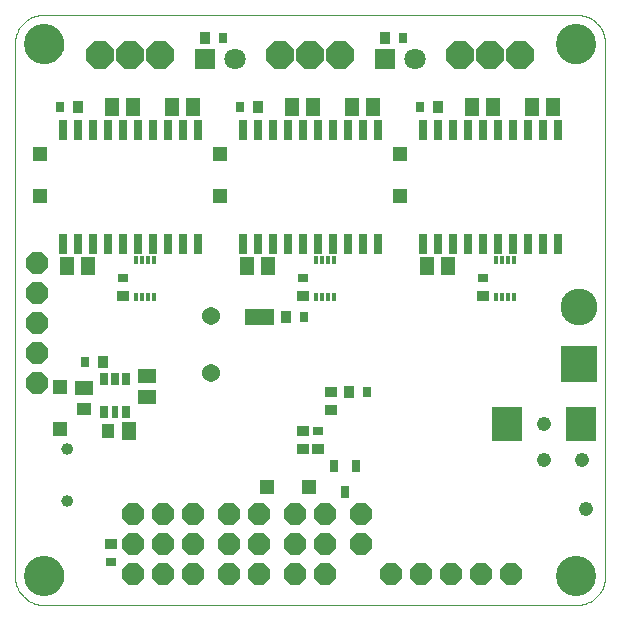
<source format=gbs>
G75*
%MOIN*%
%OFA0B0*%
%FSLAX24Y24*%
%IPPOS*%
%LPD*%
%AMOC8*
5,1,8,0,0,1.08239X$1,22.5*
%
%ADD10C,0.0000*%
%ADD11C,0.1340*%
%ADD12R,0.0277X0.0671*%
%ADD13R,0.0513X0.0513*%
%ADD14R,0.0474X0.0592*%
%ADD15R,0.0356X0.0395*%
%ADD16R,0.0296X0.0335*%
%ADD17OC8,0.0912*%
%ADD18C,0.0710*%
%ADD19R,0.0710X0.0710*%
%ADD20R,0.0178X0.0297*%
%ADD21R,0.0395X0.0356*%
%ADD22R,0.0335X0.0296*%
%ADD23OC8,0.0753*%
%ADD24R,0.0277X0.0395*%
%ADD25R,0.0197X0.0395*%
%ADD26C,0.0395*%
%ADD27C,0.0604*%
%ADD28C,0.1227*%
%ADD29R,0.1227X0.1227*%
%ADD30R,0.0394X0.0512*%
%ADD31R,0.0592X0.0474*%
%ADD32R,0.0512X0.0394*%
%ADD33R,0.1025X0.1182*%
%ADD34R,0.0500X0.0580*%
%ADD35R,0.0060X0.0580*%
%ADD36R,0.0297X0.0395*%
%ADD37C,0.0476*%
D10*
X002834Y001872D02*
X002834Y019588D01*
X003189Y019588D02*
X003191Y019638D01*
X003197Y019688D01*
X003207Y019737D01*
X003221Y019785D01*
X003238Y019832D01*
X003259Y019877D01*
X003284Y019921D01*
X003312Y019962D01*
X003344Y020001D01*
X003378Y020038D01*
X003415Y020072D01*
X003455Y020102D01*
X003497Y020129D01*
X003541Y020153D01*
X003587Y020174D01*
X003634Y020190D01*
X003682Y020203D01*
X003732Y020212D01*
X003781Y020217D01*
X003832Y020218D01*
X003882Y020215D01*
X003931Y020208D01*
X003980Y020197D01*
X004028Y020182D01*
X004074Y020164D01*
X004119Y020142D01*
X004162Y020116D01*
X004203Y020087D01*
X004242Y020055D01*
X004278Y020020D01*
X004310Y019982D01*
X004340Y019942D01*
X004367Y019899D01*
X004390Y019855D01*
X004409Y019809D01*
X004425Y019761D01*
X004437Y019712D01*
X004445Y019663D01*
X004449Y019613D01*
X004449Y019563D01*
X004445Y019513D01*
X004437Y019464D01*
X004425Y019415D01*
X004409Y019367D01*
X004390Y019321D01*
X004367Y019277D01*
X004340Y019234D01*
X004310Y019194D01*
X004278Y019156D01*
X004242Y019121D01*
X004203Y019089D01*
X004162Y019060D01*
X004119Y019034D01*
X004074Y019012D01*
X004028Y018994D01*
X003980Y018979D01*
X003931Y018968D01*
X003882Y018961D01*
X003832Y018958D01*
X003781Y018959D01*
X003732Y018964D01*
X003682Y018973D01*
X003634Y018986D01*
X003587Y019002D01*
X003541Y019023D01*
X003497Y019047D01*
X003455Y019074D01*
X003415Y019104D01*
X003378Y019138D01*
X003344Y019175D01*
X003312Y019214D01*
X003284Y019255D01*
X003259Y019299D01*
X003238Y019344D01*
X003221Y019391D01*
X003207Y019439D01*
X003197Y019488D01*
X003191Y019538D01*
X003189Y019588D01*
X002835Y019588D02*
X002837Y019650D01*
X002843Y019711D01*
X002852Y019772D01*
X002866Y019833D01*
X002883Y019892D01*
X002904Y019950D01*
X002929Y020007D01*
X002957Y020062D01*
X002988Y020115D01*
X003023Y020166D01*
X003061Y020215D01*
X003102Y020262D01*
X003145Y020305D01*
X003192Y020346D01*
X003241Y020384D01*
X003292Y020419D01*
X003345Y020450D01*
X003400Y020478D01*
X003457Y020503D01*
X003515Y020524D01*
X003574Y020541D01*
X003635Y020555D01*
X003696Y020564D01*
X003757Y020570D01*
X003819Y020572D01*
X021535Y020572D01*
X020905Y019588D02*
X020907Y019638D01*
X020913Y019688D01*
X020923Y019737D01*
X020937Y019785D01*
X020954Y019832D01*
X020975Y019877D01*
X021000Y019921D01*
X021028Y019962D01*
X021060Y020001D01*
X021094Y020038D01*
X021131Y020072D01*
X021171Y020102D01*
X021213Y020129D01*
X021257Y020153D01*
X021303Y020174D01*
X021350Y020190D01*
X021398Y020203D01*
X021448Y020212D01*
X021497Y020217D01*
X021548Y020218D01*
X021598Y020215D01*
X021647Y020208D01*
X021696Y020197D01*
X021744Y020182D01*
X021790Y020164D01*
X021835Y020142D01*
X021878Y020116D01*
X021919Y020087D01*
X021958Y020055D01*
X021994Y020020D01*
X022026Y019982D01*
X022056Y019942D01*
X022083Y019899D01*
X022106Y019855D01*
X022125Y019809D01*
X022141Y019761D01*
X022153Y019712D01*
X022161Y019663D01*
X022165Y019613D01*
X022165Y019563D01*
X022161Y019513D01*
X022153Y019464D01*
X022141Y019415D01*
X022125Y019367D01*
X022106Y019321D01*
X022083Y019277D01*
X022056Y019234D01*
X022026Y019194D01*
X021994Y019156D01*
X021958Y019121D01*
X021919Y019089D01*
X021878Y019060D01*
X021835Y019034D01*
X021790Y019012D01*
X021744Y018994D01*
X021696Y018979D01*
X021647Y018968D01*
X021598Y018961D01*
X021548Y018958D01*
X021497Y018959D01*
X021448Y018964D01*
X021398Y018973D01*
X021350Y018986D01*
X021303Y019002D01*
X021257Y019023D01*
X021213Y019047D01*
X021171Y019074D01*
X021131Y019104D01*
X021094Y019138D01*
X021060Y019175D01*
X021028Y019214D01*
X021000Y019255D01*
X020975Y019299D01*
X020954Y019344D01*
X020937Y019391D01*
X020923Y019439D01*
X020913Y019488D01*
X020907Y019538D01*
X020905Y019588D01*
X021535Y020572D02*
X021597Y020570D01*
X021658Y020564D01*
X021719Y020555D01*
X021780Y020541D01*
X021839Y020524D01*
X021897Y020503D01*
X021954Y020478D01*
X022009Y020450D01*
X022062Y020419D01*
X022113Y020384D01*
X022162Y020346D01*
X022209Y020305D01*
X022252Y020262D01*
X022293Y020215D01*
X022331Y020166D01*
X022366Y020115D01*
X022397Y020062D01*
X022425Y020007D01*
X022450Y019950D01*
X022471Y019892D01*
X022488Y019833D01*
X022502Y019772D01*
X022511Y019711D01*
X022517Y019650D01*
X022519Y019588D01*
X022519Y001872D01*
X020905Y001872D02*
X020907Y001922D01*
X020913Y001972D01*
X020923Y002021D01*
X020937Y002069D01*
X020954Y002116D01*
X020975Y002161D01*
X021000Y002205D01*
X021028Y002246D01*
X021060Y002285D01*
X021094Y002322D01*
X021131Y002356D01*
X021171Y002386D01*
X021213Y002413D01*
X021257Y002437D01*
X021303Y002458D01*
X021350Y002474D01*
X021398Y002487D01*
X021448Y002496D01*
X021497Y002501D01*
X021548Y002502D01*
X021598Y002499D01*
X021647Y002492D01*
X021696Y002481D01*
X021744Y002466D01*
X021790Y002448D01*
X021835Y002426D01*
X021878Y002400D01*
X021919Y002371D01*
X021958Y002339D01*
X021994Y002304D01*
X022026Y002266D01*
X022056Y002226D01*
X022083Y002183D01*
X022106Y002139D01*
X022125Y002093D01*
X022141Y002045D01*
X022153Y001996D01*
X022161Y001947D01*
X022165Y001897D01*
X022165Y001847D01*
X022161Y001797D01*
X022153Y001748D01*
X022141Y001699D01*
X022125Y001651D01*
X022106Y001605D01*
X022083Y001561D01*
X022056Y001518D01*
X022026Y001478D01*
X021994Y001440D01*
X021958Y001405D01*
X021919Y001373D01*
X021878Y001344D01*
X021835Y001318D01*
X021790Y001296D01*
X021744Y001278D01*
X021696Y001263D01*
X021647Y001252D01*
X021598Y001245D01*
X021548Y001242D01*
X021497Y001243D01*
X021448Y001248D01*
X021398Y001257D01*
X021350Y001270D01*
X021303Y001286D01*
X021257Y001307D01*
X021213Y001331D01*
X021171Y001358D01*
X021131Y001388D01*
X021094Y001422D01*
X021060Y001459D01*
X021028Y001498D01*
X021000Y001539D01*
X020975Y001583D01*
X020954Y001628D01*
X020937Y001675D01*
X020923Y001723D01*
X020913Y001772D01*
X020907Y001822D01*
X020905Y001872D01*
X021535Y000888D02*
X021597Y000890D01*
X021658Y000896D01*
X021719Y000905D01*
X021780Y000919D01*
X021839Y000936D01*
X021897Y000957D01*
X021954Y000982D01*
X022009Y001010D01*
X022062Y001041D01*
X022113Y001076D01*
X022162Y001114D01*
X022209Y001155D01*
X022252Y001198D01*
X022293Y001245D01*
X022331Y001294D01*
X022366Y001345D01*
X022397Y001398D01*
X022425Y001453D01*
X022450Y001510D01*
X022471Y001568D01*
X022488Y001627D01*
X022502Y001688D01*
X022511Y001749D01*
X022517Y001810D01*
X022519Y001872D01*
X021535Y000887D02*
X003819Y000887D01*
X003189Y001872D02*
X003191Y001922D01*
X003197Y001972D01*
X003207Y002021D01*
X003221Y002069D01*
X003238Y002116D01*
X003259Y002161D01*
X003284Y002205D01*
X003312Y002246D01*
X003344Y002285D01*
X003378Y002322D01*
X003415Y002356D01*
X003455Y002386D01*
X003497Y002413D01*
X003541Y002437D01*
X003587Y002458D01*
X003634Y002474D01*
X003682Y002487D01*
X003732Y002496D01*
X003781Y002501D01*
X003832Y002502D01*
X003882Y002499D01*
X003931Y002492D01*
X003980Y002481D01*
X004028Y002466D01*
X004074Y002448D01*
X004119Y002426D01*
X004162Y002400D01*
X004203Y002371D01*
X004242Y002339D01*
X004278Y002304D01*
X004310Y002266D01*
X004340Y002226D01*
X004367Y002183D01*
X004390Y002139D01*
X004409Y002093D01*
X004425Y002045D01*
X004437Y001996D01*
X004445Y001947D01*
X004449Y001897D01*
X004449Y001847D01*
X004445Y001797D01*
X004437Y001748D01*
X004425Y001699D01*
X004409Y001651D01*
X004390Y001605D01*
X004367Y001561D01*
X004340Y001518D01*
X004310Y001478D01*
X004278Y001440D01*
X004242Y001405D01*
X004203Y001373D01*
X004162Y001344D01*
X004119Y001318D01*
X004074Y001296D01*
X004028Y001278D01*
X003980Y001263D01*
X003931Y001252D01*
X003882Y001245D01*
X003832Y001242D01*
X003781Y001243D01*
X003732Y001248D01*
X003682Y001257D01*
X003634Y001270D01*
X003587Y001286D01*
X003541Y001307D01*
X003497Y001331D01*
X003455Y001358D01*
X003415Y001388D01*
X003378Y001422D01*
X003344Y001459D01*
X003312Y001498D01*
X003284Y001539D01*
X003259Y001583D01*
X003238Y001628D01*
X003221Y001675D01*
X003207Y001723D01*
X003197Y001772D01*
X003191Y001822D01*
X003189Y001872D01*
X002835Y001872D02*
X002837Y001810D01*
X002843Y001749D01*
X002852Y001688D01*
X002866Y001627D01*
X002883Y001568D01*
X002904Y001510D01*
X002929Y001453D01*
X002957Y001398D01*
X002988Y001345D01*
X003023Y001294D01*
X003061Y001245D01*
X003102Y001198D01*
X003145Y001155D01*
X003192Y001114D01*
X003241Y001076D01*
X003292Y001041D01*
X003345Y001010D01*
X003400Y000982D01*
X003457Y000957D01*
X003515Y000936D01*
X003574Y000919D01*
X003635Y000905D01*
X003696Y000896D01*
X003757Y000890D01*
X003819Y000888D01*
X004427Y004371D02*
X004429Y004396D01*
X004435Y004420D01*
X004444Y004442D01*
X004457Y004463D01*
X004473Y004482D01*
X004492Y004498D01*
X004513Y004511D01*
X004535Y004520D01*
X004559Y004526D01*
X004584Y004528D01*
X004609Y004526D01*
X004633Y004520D01*
X004655Y004511D01*
X004676Y004498D01*
X004695Y004482D01*
X004711Y004463D01*
X004724Y004442D01*
X004733Y004420D01*
X004739Y004396D01*
X004741Y004371D01*
X004739Y004346D01*
X004733Y004322D01*
X004724Y004300D01*
X004711Y004279D01*
X004695Y004260D01*
X004676Y004244D01*
X004655Y004231D01*
X004633Y004222D01*
X004609Y004216D01*
X004584Y004214D01*
X004559Y004216D01*
X004535Y004222D01*
X004513Y004231D01*
X004492Y004244D01*
X004473Y004260D01*
X004457Y004279D01*
X004444Y004300D01*
X004435Y004322D01*
X004429Y004346D01*
X004427Y004371D01*
X004427Y006104D02*
X004429Y006129D01*
X004435Y006153D01*
X004444Y006175D01*
X004457Y006196D01*
X004473Y006215D01*
X004492Y006231D01*
X004513Y006244D01*
X004535Y006253D01*
X004559Y006259D01*
X004584Y006261D01*
X004609Y006259D01*
X004633Y006253D01*
X004655Y006244D01*
X004676Y006231D01*
X004695Y006215D01*
X004711Y006196D01*
X004724Y006175D01*
X004733Y006153D01*
X004739Y006129D01*
X004741Y006104D01*
X004739Y006079D01*
X004733Y006055D01*
X004724Y006033D01*
X004711Y006012D01*
X004695Y005993D01*
X004676Y005977D01*
X004655Y005964D01*
X004633Y005955D01*
X004609Y005949D01*
X004584Y005947D01*
X004559Y005949D01*
X004535Y005955D01*
X004513Y005964D01*
X004492Y005977D01*
X004473Y005993D01*
X004457Y006012D01*
X004444Y006033D01*
X004435Y006055D01*
X004429Y006079D01*
X004427Y006104D01*
D11*
X003819Y001872D03*
X021535Y001872D03*
X021535Y019588D03*
X003819Y019588D03*
D12*
X004434Y016737D03*
X004934Y016737D03*
X005434Y016737D03*
X005934Y016737D03*
X006434Y016737D03*
X006934Y016737D03*
X007434Y016737D03*
X007934Y016737D03*
X008434Y016737D03*
X008934Y016737D03*
X010434Y016737D03*
X010934Y016737D03*
X011434Y016737D03*
X011934Y016737D03*
X012434Y016737D03*
X012934Y016737D03*
X013434Y016737D03*
X013934Y016737D03*
X014434Y016737D03*
X014934Y016737D03*
X016434Y016737D03*
X016934Y016737D03*
X017434Y016737D03*
X017934Y016737D03*
X018434Y016737D03*
X018934Y016737D03*
X019434Y016737D03*
X019934Y016737D03*
X020434Y016737D03*
X020934Y016737D03*
X020934Y012937D03*
X020434Y012937D03*
X019934Y012937D03*
X019434Y012937D03*
X018934Y012937D03*
X018434Y012937D03*
X017934Y012937D03*
X017434Y012937D03*
X016934Y012937D03*
X016434Y012937D03*
X014934Y012937D03*
X014434Y012937D03*
X013934Y012937D03*
X013434Y012937D03*
X012934Y012937D03*
X012434Y012937D03*
X011934Y012937D03*
X011434Y012937D03*
X010934Y012937D03*
X010434Y012937D03*
X008934Y012937D03*
X008434Y012937D03*
X007934Y012937D03*
X007434Y012937D03*
X006934Y012937D03*
X006434Y012937D03*
X005934Y012937D03*
X005434Y012937D03*
X004934Y012937D03*
X004434Y012937D03*
D13*
X003684Y014537D03*
X003684Y015937D03*
X009684Y015937D03*
X009684Y014537D03*
X015684Y014537D03*
X015684Y015937D03*
X012634Y004837D03*
X011234Y004837D03*
X004354Y006769D03*
X004354Y008169D03*
D14*
X006634Y006687D03*
X005284Y012187D03*
X004584Y012187D03*
X006084Y017487D03*
X006784Y017487D03*
X008084Y017487D03*
X008784Y017487D03*
X012084Y017487D03*
X012784Y017487D03*
X014084Y017487D03*
X014784Y017487D03*
X018084Y017487D03*
X018784Y017487D03*
X020084Y017487D03*
X020784Y017487D03*
X017284Y012187D03*
X016584Y012187D03*
X011284Y012187D03*
X010584Y012187D03*
D15*
X011884Y010487D03*
X013984Y007987D03*
X005784Y008987D03*
X004934Y017487D03*
X009184Y019787D03*
X010934Y017487D03*
X015184Y019787D03*
X016934Y017487D03*
D16*
X016334Y017487D03*
X015784Y019787D03*
X010334Y017487D03*
X009784Y019787D03*
X004334Y017487D03*
X012484Y010487D03*
X014584Y007987D03*
X005184Y008987D03*
D17*
X005684Y019237D03*
X006684Y019237D03*
X007684Y019237D03*
X011684Y019237D03*
X012684Y019237D03*
X013684Y019237D03*
X017684Y019237D03*
X018684Y019237D03*
X019684Y019237D03*
D18*
X016184Y019087D03*
X010184Y019087D03*
D19*
X009184Y019087D03*
X015184Y019087D03*
D20*
X013480Y012398D03*
X013283Y012398D03*
X013086Y012398D03*
X012889Y012398D03*
X012889Y011177D03*
X013086Y011177D03*
X013283Y011177D03*
X013480Y011177D03*
X018889Y011177D03*
X019086Y011177D03*
X019283Y011177D03*
X019480Y011177D03*
X019480Y012398D03*
X019283Y012398D03*
X019086Y012398D03*
X018889Y012398D03*
X007480Y012398D03*
X007283Y012398D03*
X007086Y012398D03*
X006889Y012398D03*
X006889Y011177D03*
X007086Y011177D03*
X007283Y011177D03*
X007480Y011177D03*
D21*
X006434Y011187D03*
X012434Y011187D03*
X013384Y007987D03*
X013384Y007387D03*
X012434Y006687D03*
X012434Y006087D03*
X012934Y006087D03*
X018434Y011187D03*
X006034Y002937D03*
D22*
X006034Y002337D03*
X012934Y006687D03*
X012434Y011787D03*
X018434Y011787D03*
X006434Y011787D03*
D23*
X003584Y011287D03*
X003584Y012287D03*
X003584Y010287D03*
X003584Y009287D03*
X003584Y008287D03*
X006784Y003937D03*
X006784Y002937D03*
X006784Y001937D03*
X007784Y001937D03*
X008784Y001937D03*
X008784Y002937D03*
X007784Y002937D03*
X007784Y003937D03*
X008784Y003937D03*
X009984Y003937D03*
X009984Y002937D03*
X009984Y001937D03*
X010984Y001937D03*
X010984Y002937D03*
X010984Y003937D03*
X012184Y003937D03*
X012184Y002937D03*
X012184Y001937D03*
X013184Y001937D03*
X013184Y002937D03*
X013184Y003937D03*
X014384Y003937D03*
X014384Y002937D03*
X015384Y001937D03*
X016384Y001937D03*
X017384Y001937D03*
X018384Y001937D03*
X019384Y001937D03*
D24*
X006558Y007337D03*
X005810Y007337D03*
X005810Y008437D03*
X006184Y008437D03*
X006558Y008437D03*
D25*
X006184Y007337D03*
D26*
X004584Y006104D03*
X004584Y004371D03*
D27*
X009384Y008637D03*
X009384Y010537D03*
D28*
X021634Y010837D03*
D29*
X021634Y008937D03*
D30*
X005934Y006687D03*
D31*
X007234Y007837D03*
X007234Y008537D03*
X005134Y008137D03*
D32*
X005134Y007437D03*
D33*
X019244Y006937D03*
X021724Y006937D03*
D34*
X011234Y010487D03*
X010734Y010487D03*
D35*
X010984Y010487D03*
D36*
X013460Y005520D03*
X014208Y005520D03*
X013834Y004654D03*
D37*
X020484Y005737D03*
X020484Y006937D03*
X021734Y006937D03*
X021734Y005737D03*
X021884Y004087D03*
M02*

</source>
